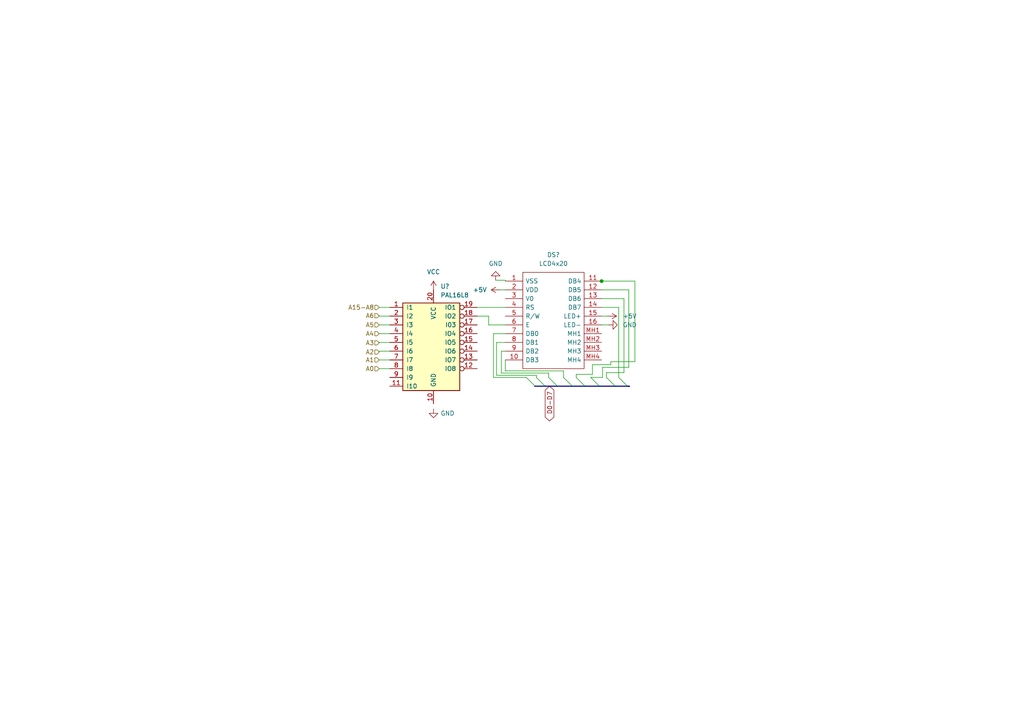
<source format=kicad_sch>
(kicad_sch (version 20211123) (generator eeschema)

  (uuid 4c2c5d46-a94a-4a6b-a5cf-6b6853864220)

  (paper "A4")

  (lib_symbols
    (symbol "LCD4x20:LCD4x20" (pin_names (offset 0.762)) (in_bom yes) (on_board yes)
      (property "Reference" "DS" (id 0) (at 24.13 7.62 0)
        (effects (font (size 1.27 1.27)) (justify left))
      )
      (property "Value" "LCD4x20" (id 1) (at 24.13 5.08 0)
        (effects (font (size 1.27 1.27)) (justify left))
      )
      (property "Footprint" "LCD4x20" (id 2) (at 24.13 2.54 0)
        (effects (font (size 1.27 1.27)) (justify left) hide)
      )
      (property "Datasheet" "https://componentsearchengine.com/Datasheets/1/LCD4x20.pdf" (id 3) (at 24.13 0 0)
        (effects (font (size 1.27 1.27)) (justify left) hide)
      )
      (property "Description" "LCD Character Display Modules & Accessories STN-Y/G Transfl 77.5 x 47.0" (id 4) (at 24.13 -2.54 0)
        (effects (font (size 1.27 1.27)) (justify left) hide)
      )
      (property "Height" "14.5" (id 5) (at 24.13 -5.08 0)
        (effects (font (size 1.27 1.27)) (justify left) hide)
      )
      (property "Mouser Part Number" "763-0420AZFLYBW33V3" (id 6) (at 24.13 -7.62 0)
        (effects (font (size 1.27 1.27)) (justify left) hide)
      )
      (property "Mouser Price/Stock" "https://www.mouser.com/Search/Refine.aspx?Keyword=763-0420AZFLYBW33V3" (id 7) (at 24.13 -10.16 0)
        (effects (font (size 1.27 1.27)) (justify left) hide)
      )
      (property "Manufacturer_Name" "Newhaven Display" (id 8) (at 24.13 -12.7 0)
        (effects (font (size 1.27 1.27)) (justify left) hide)
      )
      (property "ki_description" "LCD Character Display Modules & Accessories STN-Y/G Transfl 77.5 x 47.0" (id 9) (at 0 0 0)
        (effects (font (size 1.27 1.27)) hide)
      )
      (symbol "LCD4x20_0_0"
        (pin unspecified line (at 0 0 0) (length 5.08)
          (name "VSS" (effects (font (size 1.27 1.27))))
          (number "1" (effects (font (size 1.27 1.27))))
        )
        (pin unspecified line (at 0 -22.86 0) (length 5.08)
          (name "DB3" (effects (font (size 1.27 1.27))))
          (number "10" (effects (font (size 1.27 1.27))))
        )
        (pin unspecified line (at 27.94 0 180) (length 5.08)
          (name "DB4" (effects (font (size 1.27 1.27))))
          (number "11" (effects (font (size 1.27 1.27))))
        )
        (pin unspecified line (at 27.94 -2.54 180) (length 5.08)
          (name "DB5" (effects (font (size 1.27 1.27))))
          (number "12" (effects (font (size 1.27 1.27))))
        )
        (pin unspecified line (at 27.94 -5.08 180) (length 5.08)
          (name "DB6" (effects (font (size 1.27 1.27))))
          (number "13" (effects (font (size 1.27 1.27))))
        )
        (pin unspecified line (at 27.94 -7.62 180) (length 5.08)
          (name "DB7" (effects (font (size 1.27 1.27))))
          (number "14" (effects (font (size 1.27 1.27))))
        )
        (pin unspecified line (at 27.94 -10.16 180) (length 5.08)
          (name "LED+" (effects (font (size 1.27 1.27))))
          (number "15" (effects (font (size 1.27 1.27))))
        )
        (pin unspecified line (at 27.94 -12.7 180) (length 5.08)
          (name "LED-" (effects (font (size 1.27 1.27))))
          (number "16" (effects (font (size 1.27 1.27))))
        )
        (pin unspecified line (at 0 -2.54 0) (length 5.08)
          (name "VDD" (effects (font (size 1.27 1.27))))
          (number "2" (effects (font (size 1.27 1.27))))
        )
        (pin unspecified line (at 0 -5.08 0) (length 5.08)
          (name "V0" (effects (font (size 1.27 1.27))))
          (number "3" (effects (font (size 1.27 1.27))))
        )
        (pin unspecified line (at 0 -7.62 0) (length 5.08)
          (name "RS" (effects (font (size 1.27 1.27))))
          (number "4" (effects (font (size 1.27 1.27))))
        )
        (pin unspecified line (at 0 -10.16 0) (length 5.08)
          (name "R/W" (effects (font (size 1.27 1.27))))
          (number "5" (effects (font (size 1.27 1.27))))
        )
        (pin unspecified line (at 0 -12.7 0) (length 5.08)
          (name "E" (effects (font (size 1.27 1.27))))
          (number "6" (effects (font (size 1.27 1.27))))
        )
        (pin unspecified line (at 0 -15.24 0) (length 5.08)
          (name "DB0" (effects (font (size 1.27 1.27))))
          (number "7" (effects (font (size 1.27 1.27))))
        )
        (pin unspecified line (at 0 -17.78 0) (length 5.08)
          (name "DB1" (effects (font (size 1.27 1.27))))
          (number "8" (effects (font (size 1.27 1.27))))
        )
        (pin unspecified line (at 0 -20.32 0) (length 5.08)
          (name "DB2" (effects (font (size 1.27 1.27))))
          (number "9" (effects (font (size 1.27 1.27))))
        )
        (pin unspecified line (at 27.94 -15.24 180) (length 5.08)
          (name "MH1" (effects (font (size 1.27 1.27))))
          (number "MH1" (effects (font (size 1.27 1.27))))
        )
        (pin unspecified line (at 27.94 -17.78 180) (length 5.08)
          (name "MH2" (effects (font (size 1.27 1.27))))
          (number "MH2" (effects (font (size 1.27 1.27))))
        )
        (pin unspecified line (at 27.94 -20.32 180) (length 5.08)
          (name "MH3" (effects (font (size 1.27 1.27))))
          (number "MH3" (effects (font (size 1.27 1.27))))
        )
        (pin unspecified line (at 27.94 -22.86 180) (length 5.08)
          (name "MH4" (effects (font (size 1.27 1.27))))
          (number "MH4" (effects (font (size 1.27 1.27))))
        )
      )
      (symbol "LCD4x20_0_1"
        (polyline
          (pts
            (xy 5.08 2.54)
            (xy 22.86 2.54)
            (xy 22.86 -25.4)
            (xy 5.08 -25.4)
            (xy 5.08 2.54)
          )
          (stroke (width 0.1524) (type default) (color 0 0 0 0))
          (fill (type none))
        )
      )
    )
    (symbol "PAL16L8_1" (pin_names (offset 1.016)) (in_bom yes) (on_board yes)
      (property "Reference" "U" (id 0) (at -8.89 16.51 0)
        (effects (font (size 1.27 1.27)) (justify left))
      )
      (property "Value" "PAL16L8_1" (id 1) (at 1.27 16.51 0)
        (effects (font (size 1.27 1.27)) (justify left))
      )
      (property "Footprint" "" (id 2) (at 0 0 0)
        (effects (font (size 1.27 1.27)) hide)
      )
      (property "Datasheet" "" (id 3) (at 0 0 0)
        (effects (font (size 1.27 1.27)) hide)
      )
      (property "ki_keywords" "PAL PLD 16L8" (id 4) (at 0 0 0)
        (effects (font (size 1.27 1.27)) hide)
      )
      (property "ki_description" "Programmable Logic Array, DIP-20" (id 5) (at 0 0 0)
        (effects (font (size 1.27 1.27)) hide)
      )
      (property "ki_fp_filters" "DIP* PDIP*" (id 6) (at 0 0 0)
        (effects (font (size 1.27 1.27)) hide)
      )
      (symbol "PAL16L8_1_0_0"
        (pin power_in line (at 0 -15.24 90) (length 3.81)
          (name "GND" (effects (font (size 1.27 1.27))))
          (number "10" (effects (font (size 1.27 1.27))))
        )
        (pin power_in line (at 0 17.78 270) (length 3.81)
          (name "VCC" (effects (font (size 1.27 1.27))))
          (number "20" (effects (font (size 1.27 1.27))))
        )
      )
      (symbol "PAL16L8_1_0_1"
        (rectangle (start -8.89 13.97) (end 7.62 -11.43)
          (stroke (width 0.254) (type default) (color 0 0 0 0))
          (fill (type background))
        )
      )
      (symbol "PAL16L8_1_1_1"
        (pin input line (at -12.7 12.7 0) (length 3.81)
          (name "I1" (effects (font (size 1.27 1.27))))
          (number "1" (effects (font (size 1.27 1.27))))
        )
        (pin input line (at -12.7 -10.16 0) (length 3.81)
          (name "I10" (effects (font (size 1.27 1.27))))
          (number "11" (effects (font (size 1.27 1.27))))
        )
        (pin tri_state inverted (at 12.7 -5.08 180) (length 5.08)
          (name "IO8" (effects (font (size 1.27 1.27))))
          (number "12" (effects (font (size 1.27 1.27))))
        )
        (pin tri_state inverted (at 12.7 -2.54 180) (length 5.08)
          (name "IO7" (effects (font (size 1.27 1.27))))
          (number "13" (effects (font (size 1.27 1.27))))
        )
        (pin tri_state inverted (at 12.7 0 180) (length 5.08)
          (name "IO6" (effects (font (size 1.27 1.27))))
          (number "14" (effects (font (size 1.27 1.27))))
        )
        (pin tri_state inverted (at 12.7 2.54 180) (length 5.08)
          (name "IO5" (effects (font (size 1.27 1.27))))
          (number "15" (effects (font (size 1.27 1.27))))
        )
        (pin tri_state inverted (at 12.7 5.08 180) (length 5.08)
          (name "IO4" (effects (font (size 1.27 1.27))))
          (number "16" (effects (font (size 1.27 1.27))))
        )
        (pin tri_state inverted (at 12.7 7.62 180) (length 5.08)
          (name "I03" (effects (font (size 1.27 1.27))))
          (number "17" (effects (font (size 1.27 1.27))))
        )
        (pin tri_state inverted (at 12.7 10.16 180) (length 5.08)
          (name "IO2" (effects (font (size 1.27 1.27))))
          (number "18" (effects (font (size 1.27 1.27))))
        )
        (pin tri_state inverted (at 12.7 12.7 180) (length 5.08)
          (name "IO1" (effects (font (size 1.27 1.27))))
          (number "19" (effects (font (size 1.27 1.27))))
        )
        (pin input line (at -12.7 10.16 0) (length 3.81)
          (name "I2" (effects (font (size 1.27 1.27))))
          (number "2" (effects (font (size 1.27 1.27))))
        )
        (pin input line (at -12.7 7.62 0) (length 3.81)
          (name "I3" (effects (font (size 1.27 1.27))))
          (number "3" (effects (font (size 1.27 1.27))))
        )
        (pin input line (at -12.7 5.08 0) (length 3.81)
          (name "I4" (effects (font (size 1.27 1.27))))
          (number "4" (effects (font (size 1.27 1.27))))
        )
        (pin input line (at -12.7 2.54 0) (length 3.81)
          (name "I5" (effects (font (size 1.27 1.27))))
          (number "5" (effects (font (size 1.27 1.27))))
        )
        (pin input line (at -12.7 0 0) (length 3.81)
          (name "I6" (effects (font (size 1.27 1.27))))
          (number "6" (effects (font (size 1.27 1.27))))
        )
        (pin input line (at -12.7 -2.54 0) (length 3.81)
          (name "I7" (effects (font (size 1.27 1.27))))
          (number "7" (effects (font (size 1.27 1.27))))
        )
        (pin input line (at -12.7 -5.08 0) (length 3.81)
          (name "I8" (effects (font (size 1.27 1.27))))
          (number "8" (effects (font (size 1.27 1.27))))
        )
        (pin input line (at -12.7 -7.62 0) (length 3.81)
          (name "I9" (effects (font (size 1.27 1.27))))
          (number "9" (effects (font (size 1.27 1.27))))
        )
      )
    )
    (symbol "power:+5V" (power) (pin_names (offset 0)) (in_bom yes) (on_board yes)
      (property "Reference" "#PWR" (id 0) (at 0 -3.81 0)
        (effects (font (size 1.27 1.27)) hide)
      )
      (property "Value" "+5V" (id 1) (at 0 3.556 0)
        (effects (font (size 1.27 1.27)))
      )
      (property "Footprint" "" (id 2) (at 0 0 0)
        (effects (font (size 1.27 1.27)) hide)
      )
      (property "Datasheet" "" (id 3) (at 0 0 0)
        (effects (font (size 1.27 1.27)) hide)
      )
      (property "ki_keywords" "power-flag" (id 4) (at 0 0 0)
        (effects (font (size 1.27 1.27)) hide)
      )
      (property "ki_description" "Power symbol creates a global label with name \"+5V\"" (id 5) (at 0 0 0)
        (effects (font (size 1.27 1.27)) hide)
      )
      (symbol "+5V_0_1"
        (polyline
          (pts
            (xy -0.762 1.27)
            (xy 0 2.54)
          )
          (stroke (width 0) (type default) (color 0 0 0 0))
          (fill (type none))
        )
        (polyline
          (pts
            (xy 0 0)
            (xy 0 2.54)
          )
          (stroke (width 0) (type default) (color 0 0 0 0))
          (fill (type none))
        )
        (polyline
          (pts
            (xy 0 2.54)
            (xy 0.762 1.27)
          )
          (stroke (width 0) (type default) (color 0 0 0 0))
          (fill (type none))
        )
      )
      (symbol "+5V_1_1"
        (pin power_in line (at 0 0 90) (length 0) hide
          (name "+5V" (effects (font (size 1.27 1.27))))
          (number "1" (effects (font (size 1.27 1.27))))
        )
      )
    )
    (symbol "power:GND" (power) (pin_names (offset 0)) (in_bom yes) (on_board yes)
      (property "Reference" "#PWR" (id 0) (at 0 -6.35 0)
        (effects (font (size 1.27 1.27)) hide)
      )
      (property "Value" "GND" (id 1) (at 0 -3.81 0)
        (effects (font (size 1.27 1.27)))
      )
      (property "Footprint" "" (id 2) (at 0 0 0)
        (effects (font (size 1.27 1.27)) hide)
      )
      (property "Datasheet" "" (id 3) (at 0 0 0)
        (effects (font (size 1.27 1.27)) hide)
      )
      (property "ki_keywords" "power-flag" (id 4) (at 0 0 0)
        (effects (font (size 1.27 1.27)) hide)
      )
      (property "ki_description" "Power symbol creates a global label with name \"GND\" , ground" (id 5) (at 0 0 0)
        (effects (font (size 1.27 1.27)) hide)
      )
      (symbol "GND_0_1"
        (polyline
          (pts
            (xy 0 0)
            (xy 0 -1.27)
            (xy 1.27 -1.27)
            (xy 0 -2.54)
            (xy -1.27 -1.27)
            (xy 0 -1.27)
          )
          (stroke (width 0) (type default) (color 0 0 0 0))
          (fill (type none))
        )
      )
      (symbol "GND_1_1"
        (pin power_in line (at 0 0 270) (length 0) hide
          (name "GND" (effects (font (size 1.27 1.27))))
          (number "1" (effects (font (size 1.27 1.27))))
        )
      )
    )
    (symbol "power:VCC" (power) (pin_names (offset 0)) (in_bom yes) (on_board yes)
      (property "Reference" "#PWR" (id 0) (at 0 -3.81 0)
        (effects (font (size 1.27 1.27)) hide)
      )
      (property "Value" "VCC" (id 1) (at 0 3.81 0)
        (effects (font (size 1.27 1.27)))
      )
      (property "Footprint" "" (id 2) (at 0 0 0)
        (effects (font (size 1.27 1.27)) hide)
      )
      (property "Datasheet" "" (id 3) (at 0 0 0)
        (effects (font (size 1.27 1.27)) hide)
      )
      (property "ki_keywords" "power-flag" (id 4) (at 0 0 0)
        (effects (font (size 1.27 1.27)) hide)
      )
      (property "ki_description" "Power symbol creates a global label with name \"VCC\"" (id 5) (at 0 0 0)
        (effects (font (size 1.27 1.27)) hide)
      )
      (symbol "VCC_0_1"
        (polyline
          (pts
            (xy -0.762 1.27)
            (xy 0 2.54)
          )
          (stroke (width 0) (type default) (color 0 0 0 0))
          (fill (type none))
        )
        (polyline
          (pts
            (xy 0 0)
            (xy 0 2.54)
          )
          (stroke (width 0) (type default) (color 0 0 0 0))
          (fill (type none))
        )
        (polyline
          (pts
            (xy 0 2.54)
            (xy 0.762 1.27)
          )
          (stroke (width 0) (type default) (color 0 0 0 0))
          (fill (type none))
        )
      )
      (symbol "VCC_1_1"
        (pin power_in line (at 0 0 90) (length 0) hide
          (name "VCC" (effects (font (size 1.27 1.27))))
          (number "1" (effects (font (size 1.27 1.27))))
        )
      )
    )
  )

  (junction (at 174.498 81.534) (diameter 0) (color 0 0 0 0)
    (uuid bcf2ca79-1ad9-4b01-9a5d-9d323d154f7f)
  )

  (bus_entry (at 159.131 109.474) (size 2.54 2.54)
    (stroke (width 0) (type default) (color 0 0 0 0))
    (uuid 4ca49f14-8e94-4967-af83-9cd68e913a57)
  )
  (bus_entry (at 152.654 109.474) (size 2.54 2.54)
    (stroke (width 0) (type default) (color 0 0 0 0))
    (uuid 4ca49f14-8e94-4967-af83-9cd68e913a58)
  )
  (bus_entry (at 155.575 109.474) (size 2.54 2.54)
    (stroke (width 0) (type default) (color 0 0 0 0))
    (uuid 9947a87d-279d-4777-a9de-8cff9f23cd45)
  )
  (bus_entry (at 171.323 109.474) (size 2.54 2.54)
    (stroke (width 0) (type default) (color 0 0 0 0))
    (uuid 9947a87d-279d-4777-a9de-8cff9f23cd46)
  )
  (bus_entry (at 175.895 109.474) (size 2.54 2.54)
    (stroke (width 0) (type default) (color 0 0 0 0))
    (uuid 9947a87d-279d-4777-a9de-8cff9f23cd47)
  )
  (bus_entry (at 163.449 109.474) (size 2.54 2.54)
    (stroke (width 0) (type default) (color 0 0 0 0))
    (uuid 9947a87d-279d-4777-a9de-8cff9f23cd48)
  )
  (bus_entry (at 167.132 109.474) (size 2.54 2.54)
    (stroke (width 0) (type default) (color 0 0 0 0))
    (uuid 9947a87d-279d-4777-a9de-8cff9f23cd49)
  )
  (bus_entry (at 179.451 109.474) (size 2.54 2.54)
    (stroke (width 0) (type default) (color 0 0 0 0))
    (uuid d5abfdbb-8008-4449-8a1c-ed9fdf9a40ff)
  )

  (wire (pts (xy 146.558 104.394) (xy 146.558 107.569))
    (stroke (width 0) (type default) (color 0 0 0 0))
    (uuid 00886fcf-9533-40bd-ba64-020ef11febf1)
  )
  (wire (pts (xy 174.498 89.154) (xy 179.451 89.154))
    (stroke (width 0) (type default) (color 0 0 0 0))
    (uuid 051d8727-15a2-4e73-9d95-36a88f9494fe)
  )
  (wire (pts (xy 144.018 108.839) (xy 155.575 108.839))
    (stroke (width 0) (type default) (color 0 0 0 0))
    (uuid 0bf90e6f-da32-436d-9a5a-40842f7e2976)
  )
  (bus (pts (xy 158.115 112.014) (xy 161.671 112.014))
    (stroke (width 0) (type default) (color 0 0 0 0))
    (uuid 0dd02a41-b162-4668-8c9d-ead8686253aa)
  )

  (wire (pts (xy 174.498 91.694) (xy 176.276 91.694))
    (stroke (width 0) (type default) (color 0 0 0 0))
    (uuid 0ea528f6-e4a1-4fcb-81f9-5e56a9bcba55)
  )
  (bus (pts (xy 155.194 112.014) (xy 158.115 112.014))
    (stroke (width 0) (type default) (color 0 0 0 0))
    (uuid 19470cf8-7c58-4d06-b9d0-05f952bc92ab)
  )
  (bus (pts (xy 181.991 112.014) (xy 182.245 112.014))
    (stroke (width 0) (type default) (color 0 0 0 0))
    (uuid 1b84406c-2b8c-4ffb-97ca-899c2b7bac44)
  )
  (bus (pts (xy 169.672 112.014) (xy 173.863 112.014))
    (stroke (width 0) (type default) (color 0 0 0 0))
    (uuid 253a802e-de65-415b-88f9-8be7b66db0c5)
  )

  (wire (pts (xy 182.372 84.074) (xy 174.498 84.074))
    (stroke (width 0) (type default) (color 0 0 0 0))
    (uuid 337dc6d5-fdc4-47fe-8142-4f85ce10ba26)
  )
  (wire (pts (xy 155.575 108.839) (xy 155.575 109.474))
    (stroke (width 0) (type default) (color 0 0 0 0))
    (uuid 3640f2f8-277e-4c05-9155-bce22a3b677f)
  )
  (wire (pts (xy 171.831 108.585) (xy 167.132 108.585))
    (stroke (width 0) (type default) (color 0 0 0 0))
    (uuid 414fd54f-73de-4efa-af7f-b31bcda587f5)
  )
  (wire (pts (xy 143.764 81.28) (xy 146.558 81.28))
    (stroke (width 0) (type default) (color 0 0 0 0))
    (uuid 49507a84-81c7-4acd-91b0-96d4187687fd)
  )
  (bus (pts (xy 178.435 112.014) (xy 181.991 112.014))
    (stroke (width 0) (type default) (color 0 0 0 0))
    (uuid 4e0bac88-35c8-4fe7-8df8-04f2adc40d70)
  )

  (wire (pts (xy 180.975 86.614) (xy 180.975 108.077))
    (stroke (width 0) (type default) (color 0 0 0 0))
    (uuid 53716d0e-bf2c-4d06-93dc-ffcb419fc6d7)
  )
  (wire (pts (xy 145.415 108.204) (xy 159.131 108.204))
    (stroke (width 0) (type default) (color 0 0 0 0))
    (uuid 57d91ede-7ff0-4702-b7b8-906e8b2c0127)
  )
  (bus (pts (xy 173.863 112.014) (xy 178.435 112.014))
    (stroke (width 0) (type default) (color 0 0 0 0))
    (uuid 594ac357-d9cb-4f4e-a7fd-4dc39ce71c13)
  )

  (wire (pts (xy 180.975 108.077) (xy 175.895 108.077))
    (stroke (width 0) (type default) (color 0 0 0 0))
    (uuid 5b3268b1-af27-48c6-9e75-de3df08275e1)
  )
  (wire (pts (xy 174.752 109.474) (xy 174.752 106.553))
    (stroke (width 0) (type default) (color 0 0 0 0))
    (uuid 5d0e5b6b-b585-44d7-8a64-f4448fb179b0)
  )
  (wire (pts (xy 184.15 81.534) (xy 184.15 104.902))
    (stroke (width 0) (type default) (color 0 0 0 0))
    (uuid 602f22ef-7af9-4393-a4fa-f303b4f205aa)
  )
  (wire (pts (xy 171.323 109.474) (xy 174.752 109.474))
    (stroke (width 0) (type default) (color 0 0 0 0))
    (uuid 612177c1-4140-4bfe-893f-394ea51d289a)
  )
  (wire (pts (xy 146.558 81.28) (xy 146.558 81.534))
    (stroke (width 0) (type default) (color 0 0 0 0))
    (uuid 665b3f00-6664-4990-b906-b1b01c35b13d)
  )
  (wire (pts (xy 163.449 107.569) (xy 163.449 109.474))
    (stroke (width 0) (type default) (color 0 0 0 0))
    (uuid 6aa19412-8aa2-419d-8274-a1019f742ccf)
  )
  (bus (pts (xy 165.989 112.014) (xy 169.672 112.014))
    (stroke (width 0) (type default) (color 0 0 0 0))
    (uuid 6d6f3719-b43c-4476-b9d6-b78e36ab74d9)
  )

  (wire (pts (xy 113.03 91.694) (xy 109.982 91.694))
    (stroke (width 0) (type default) (color 0 0 0 0))
    (uuid 766ec04c-c0ed-4997-b259-582447d8d5b4)
  )
  (wire (pts (xy 171.831 105.791) (xy 171.831 108.585))
    (stroke (width 0) (type default) (color 0 0 0 0))
    (uuid 77b85f5d-ff10-4270-b3d4-fe8e616b7ea8)
  )
  (wire (pts (xy 177.165 105.791) (xy 171.831 105.791))
    (stroke (width 0) (type default) (color 0 0 0 0))
    (uuid 7980b602-6cc2-47c1-b91e-688cbf3623ef)
  )
  (bus (pts (xy 182.245 112.014) (xy 182.499 112.014))
    (stroke (width 0) (type default) (color 0 0 0 0))
    (uuid 7b1f35d0-b76d-41be-a496-91a1d0039b1d)
  )

  (wire (pts (xy 143.129 96.774) (xy 143.129 109.474))
    (stroke (width 0) (type default) (color 0 0 0 0))
    (uuid 7b477840-8aa2-432b-8c33-8f0fedc90829)
  )
  (wire (pts (xy 174.498 86.614) (xy 180.975 86.614))
    (stroke (width 0) (type default) (color 0 0 0 0))
    (uuid 7dfb3fba-f2bc-41fc-9aa0-1a94750933d9)
  )
  (wire (pts (xy 179.451 109.347) (xy 179.451 89.154))
    (stroke (width 0) (type default) (color 0 0 0 0))
    (uuid 7f7415d0-5ac4-4cb2-83c9-825002cb3aa4)
  )
  (wire (pts (xy 167.132 108.585) (xy 167.132 109.474))
    (stroke (width 0) (type default) (color 0 0 0 0))
    (uuid 7fd8683a-9bed-474a-9321-63bc5ead7cab)
  )
  (wire (pts (xy 141.732 91.694) (xy 141.732 94.234))
    (stroke (width 0) (type default) (color 0 0 0 0))
    (uuid 82005aac-56e4-4b49-8ef2-6cfa29312bd2)
  )
  (wire (pts (xy 113.03 99.314) (xy 109.982 99.314))
    (stroke (width 0) (type default) (color 0 0 0 0))
    (uuid 85885a46-5125-4adf-a1c4-dd275e7ae6d1)
  )
  (wire (pts (xy 141.732 94.234) (xy 146.558 94.234))
    (stroke (width 0) (type default) (color 0 0 0 0))
    (uuid 86830aa9-0c76-48b2-a65e-7905bbfca8a1)
  )
  (wire (pts (xy 145.415 101.854) (xy 145.415 108.204))
    (stroke (width 0) (type default) (color 0 0 0 0))
    (uuid 8f4a5ef0-f294-4a6b-a69e-14c8b591af75)
  )
  (wire (pts (xy 174.498 94.234) (xy 176.53 94.234))
    (stroke (width 0) (type default) (color 0 0 0 0))
    (uuid 9283e3b3-d6f1-4584-ab08-45c7f6bd60c2)
  )
  (wire (pts (xy 145.034 84.074) (xy 146.558 84.074))
    (stroke (width 0) (type default) (color 0 0 0 0))
    (uuid 9abf2699-7a67-468c-ae02-1e86c6fb7d63)
  )
  (wire (pts (xy 109.982 89.154) (xy 113.03 89.154))
    (stroke (width 0) (type default) (color 0 0 0 0))
    (uuid 9b878047-fd42-4c0f-ac87-0f562ba7cb93)
  )
  (wire (pts (xy 109.982 106.934) (xy 113.03 106.934))
    (stroke (width 0) (type default) (color 0 0 0 0))
    (uuid 9f7fd70c-cc1b-4a5f-a3d5-47a078a5da3d)
  )
  (wire (pts (xy 143.129 109.474) (xy 152.654 109.474))
    (stroke (width 0) (type default) (color 0 0 0 0))
    (uuid a48d7b48-237d-4022-b15c-72da6a1a7ca7)
  )
  (wire (pts (xy 138.43 89.154) (xy 146.558 89.154))
    (stroke (width 0) (type default) (color 0 0 0 0))
    (uuid a6f474ec-3303-4956-a03b-dd305e27e446)
  )
  (wire (pts (xy 146.558 101.854) (xy 145.415 101.854))
    (stroke (width 0) (type default) (color 0 0 0 0))
    (uuid a73ef68a-808f-44e4-9515-4ebe9904a250)
  )
  (wire (pts (xy 146.558 99.314) (xy 144.018 99.314))
    (stroke (width 0) (type default) (color 0 0 0 0))
    (uuid a9aa4c38-f066-4f9d-ac95-b0ed52024187)
  )
  (wire (pts (xy 184.15 104.902) (xy 177.165 104.902))
    (stroke (width 0) (type default) (color 0 0 0 0))
    (uuid a9e3acba-bb6a-4caa-9c80-6eaef1f5e5ac)
  )
  (wire (pts (xy 109.982 101.854) (xy 109.982 102.108))
    (stroke (width 0) (type default) (color 0 0 0 0))
    (uuid ab60f10d-a4d5-4124-9cfc-d271d8e82e2a)
  )
  (wire (pts (xy 174.498 81.534) (xy 184.15 81.534))
    (stroke (width 0) (type default) (color 0 0 0 0))
    (uuid af1c7d8e-abf0-4010-bb56-efcdf9db3eba)
  )
  (wire (pts (xy 138.43 91.694) (xy 141.732 91.694))
    (stroke (width 0) (type default) (color 0 0 0 0))
    (uuid af45e7c4-e177-4157-bafa-8436363cfd82)
  )
  (wire (pts (xy 109.982 96.774) (xy 113.03 96.774))
    (stroke (width 0) (type default) (color 0 0 0 0))
    (uuid b18ba222-b6f3-4907-b04c-2a5ec12fea52)
  )
  (wire (pts (xy 159.131 108.204) (xy 159.131 109.474))
    (stroke (width 0) (type default) (color 0 0 0 0))
    (uuid b6c43cae-335a-43c7-94e9-b33c3920fc8e)
  )
  (wire (pts (xy 109.982 104.394) (xy 113.03 104.394))
    (stroke (width 0) (type default) (color 0 0 0 0))
    (uuid c0f6b171-5e78-4e05-8e63-c150cde5db9a)
  )
  (bus (pts (xy 155.067 112.014) (xy 155.194 112.014))
    (stroke (width 0) (type default) (color 0 0 0 0))
    (uuid c14de58c-86dc-4295-b95d-3d377c63b9cb)
  )

  (wire (pts (xy 174.752 106.553) (xy 182.372 106.553))
    (stroke (width 0) (type default) (color 0 0 0 0))
    (uuid c2576a8d-72c8-4676-bc7d-4b271244dd6c)
  )
  (wire (pts (xy 109.982 91.694) (xy 109.982 91.567))
    (stroke (width 0) (type default) (color 0 0 0 0))
    (uuid c5e09531-1bf2-4f5e-93b2-4c3e9b6c0a1d)
  )
  (wire (pts (xy 182.372 106.553) (xy 182.372 84.074))
    (stroke (width 0) (type default) (color 0 0 0 0))
    (uuid ccb6c727-31ba-4170-9ece-8d593db64dac)
  )
  (wire (pts (xy 146.558 107.569) (xy 163.449 107.569))
    (stroke (width 0) (type default) (color 0 0 0 0))
    (uuid d9477eb5-f179-40d7-8605-b776f1f3c508)
  )
  (bus (pts (xy 161.671 112.014) (xy 165.989 112.014))
    (stroke (width 0) (type default) (color 0 0 0 0))
    (uuid df602b2f-ad7a-4724-b9cf-e91315fa6a80)
  )
  (bus (pts (xy 182.499 112.014) (xy 182.499 112.141))
    (stroke (width 0) (type default) (color 0 0 0 0))
    (uuid e03cc282-5f17-4475-89b4-5d6b5fa5c832)
  )

  (wire (pts (xy 113.03 101.854) (xy 109.982 101.854))
    (stroke (width 0) (type default) (color 0 0 0 0))
    (uuid e73546a1-cac5-4281-95f6-c2ca8442e572)
  )
  (wire (pts (xy 146.558 96.774) (xy 143.129 96.774))
    (stroke (width 0) (type default) (color 0 0 0 0))
    (uuid eeee6a69-c6a8-4a5f-afb6-b487376c6bd2)
  )
  (wire (pts (xy 177.165 104.902) (xy 177.165 105.791))
    (stroke (width 0) (type default) (color 0 0 0 0))
    (uuid ef3626d9-a0b2-4297-98f5-ec19d3a75601)
  )
  (wire (pts (xy 174.371 81.534) (xy 174.498 81.534))
    (stroke (width 0) (type default) (color 0 0 0 0))
    (uuid ef707a01-e871-4300-8d49-06f35a82f13a)
  )
  (wire (pts (xy 175.895 108.077) (xy 175.895 109.474))
    (stroke (width 0) (type default) (color 0 0 0 0))
    (uuid f0ec653c-c950-41e3-9223-374f370fea8f)
  )
  (wire (pts (xy 109.982 99.314) (xy 109.982 99.441))
    (stroke (width 0) (type default) (color 0 0 0 0))
    (uuid f27ef736-8c9e-4ef6-b1e3-535b4b1dcd30)
  )
  (wire (pts (xy 144.018 99.314) (xy 144.018 108.839))
    (stroke (width 0) (type default) (color 0 0 0 0))
    (uuid f40f838e-47e3-478c-a950-a74f2a7d52b6)
  )
  (wire (pts (xy 109.982 94.234) (xy 113.03 94.234))
    (stroke (width 0) (type default) (color 0 0 0 0))
    (uuid ffb30d32-064e-47b4-9012-49b3365cab03)
  )

  (global_label "D0-D7" (shape bidirectional) (at 159.385 112.014 270) (fields_autoplaced)
    (effects (font (size 1.27 1.27)) (justify right))
    (uuid dc02e73c-8dc6-4e11-a08a-1c57071759ca)
    (property "Intersheet References" "${INTERSHEET_REFS}" (id 0) (at 159.3056 120.9585 90)
      (effects (font (size 1.27 1.27)) (justify right) hide)
    )
  )

  (hierarchical_label "A6" (shape input) (at 109.982 91.567 180)
    (effects (font (size 1.27 1.27)) (justify right))
    (uuid 105971b0-0f65-4ad1-9133-092319b55e9a)
  )
  (hierarchical_label "A3" (shape input) (at 109.982 99.441 180)
    (effects (font (size 1.27 1.27)) (justify right))
    (uuid 1ca4aa88-4b79-46e9-bbb0-da6b152f33a1)
  )
  (hierarchical_label "A15-A8" (shape input) (at 109.982 89.154 180)
    (effects (font (size 1.27 1.27)) (justify right))
    (uuid 47b329bf-75b7-4b65-8016-168139ab94d5)
  )
  (hierarchical_label "A5" (shape input) (at 109.982 94.234 180)
    (effects (font (size 1.27 1.27)) (justify right))
    (uuid 670fc565-2bb2-443b-85ab-e7c4d73cce21)
  )
  (hierarchical_label "A0" (shape input) (at 109.982 106.934 180)
    (effects (font (size 1.27 1.27)) (justify right))
    (uuid 91a3796c-ee92-4d06-b95d-430debd66e70)
  )
  (hierarchical_label "A2" (shape input) (at 109.982 102.108 180)
    (effects (font (size 1.27 1.27)) (justify right))
    (uuid 96a454b6-80de-4bc1-aabf-750599af2895)
  )
  (hierarchical_label "A4" (shape input) (at 109.982 96.774 180)
    (effects (font (size 1.27 1.27)) (justify right))
    (uuid a32e35b4-5297-4f4c-904d-ef75a853669a)
  )
  (hierarchical_label "A1" (shape input) (at 109.982 104.394 180)
    (effects (font (size 1.27 1.27)) (justify right))
    (uuid be9ab603-f906-4b4f-ba37-298673a1a208)
  )

  (symbol (lib_name "PAL16L8_1") (lib_id "Logic_Programmable:PAL16L8") (at 125.73 101.854 0) (unit 1)
    (in_bom yes) (on_board yes) (fields_autoplaced)
    (uuid 46f03359-11f1-4ead-b1c2-3b2861c6612c)
    (property "Reference" "U?" (id 0) (at 127.7494 83.058 0)
      (effects (font (size 1.27 1.27)) (justify left))
    )
    (property "Value" "PAL16L8" (id 1) (at 127.7494 85.598 0)
      (effects (font (size 1.27 1.27)) (justify left))
    )
    (property "Footprint" "" (id 2) (at 125.73 101.854 0)
      (effects (font (size 1.27 1.27)) hide)
    )
    (property "Datasheet" "" (id 3) (at 125.73 101.854 0)
      (effects (font (size 1.27 1.27)) hide)
    )
    (pin "10" (uuid 7295c450-af34-4ead-95fb-cc824b83d378))
    (pin "20" (uuid af8db90d-1879-430c-b447-f8974d2493ad))
    (pin "1" (uuid d9cbd6ef-d41c-45f0-8b77-b25900f25dad))
    (pin "11" (uuid cb7f9714-86ce-4087-835a-81bf82aea0e7))
    (pin "12" (uuid b56ebf27-57db-42c3-92c2-cd312aa9a1d5))
    (pin "13" (uuid 4f924aaa-fc6a-4042-b21b-ab1a600a9240))
    (pin "14" (uuid 5fcdb827-fbb2-47a7-8212-001b19c3bc26))
    (pin "15" (uuid 354f0ce4-245e-468a-b943-c3f688986d42))
    (pin "16" (uuid 6ad61889-490f-4282-a521-6da6d68af5ac))
    (pin "17" (uuid 2d98ef6e-2b04-44f9-a702-d9614083d31b))
    (pin "18" (uuid 3b5275ff-bb09-4ddb-b590-2fe96146c6b2))
    (pin "19" (uuid cd71c3b4-0f4b-456f-bfe6-f0f440eced7f))
    (pin "2" (uuid 4435a970-7ae6-4d34-910a-2875e91f5f96))
    (pin "3" (uuid f6d675f2-421b-4228-b933-8f01e57eecae))
    (pin "4" (uuid c1aa15f5-5be3-40ec-8c0a-58bd43f1a2b5))
    (pin "5" (uuid 8ac044cd-1a8c-4cf7-b24f-ba883887d76a))
    (pin "6" (uuid b16d89b3-a5ca-4572-9569-b852fe335c01))
    (pin "7" (uuid defe8f58-72e2-4555-acd0-9631b0692641))
    (pin "8" (uuid 71e067b3-2112-4f2f-bca4-cf7b663c27cd))
    (pin "9" (uuid 1d38e39c-3bfd-4e37-b72c-c7417b377e07))
  )

  (symbol (lib_id "power:GND") (at 176.53 94.234 90) (unit 1)
    (in_bom yes) (on_board yes) (fields_autoplaced)
    (uuid 47d6ed4a-f75e-4902-a9ba-513872e26a4f)
    (property "Reference" "#PWR?" (id 0) (at 182.88 94.234 0)
      (effects (font (size 1.27 1.27)) hide)
    )
    (property "Value" "GND" (id 1) (at 180.594 94.2339 90)
      (effects (font (size 1.27 1.27)) (justify right))
    )
    (property "Footprint" "" (id 2) (at 176.53 94.234 0)
      (effects (font (size 1.27 1.27)) hide)
    )
    (property "Datasheet" "" (id 3) (at 176.53 94.234 0)
      (effects (font (size 1.27 1.27)) hide)
    )
    (pin "1" (uuid be899bcc-3d8c-4859-8577-e8e9fb104b4f))
  )

  (symbol (lib_id "power:GND") (at 143.764 81.28 180) (unit 1)
    (in_bom yes) (on_board yes) (fields_autoplaced)
    (uuid 5e3bbe23-574c-42ff-9e2a-f4dcde18a61c)
    (property "Reference" "#PWR?" (id 0) (at 143.764 74.93 0)
      (effects (font (size 1.27 1.27)) hide)
    )
    (property "Value" "GND" (id 1) (at 143.764 76.454 0))
    (property "Footprint" "" (id 2) (at 143.764 81.28 0)
      (effects (font (size 1.27 1.27)) hide)
    )
    (property "Datasheet" "" (id 3) (at 143.764 81.28 0)
      (effects (font (size 1.27 1.27)) hide)
    )
    (pin "1" (uuid 12c83620-3801-4089-91ee-8558c382c7de))
  )

  (symbol (lib_id "power:VCC") (at 125.73 84.074 0) (unit 1)
    (in_bom yes) (on_board yes) (fields_autoplaced)
    (uuid 60626f93-383a-405a-b7c9-1f34ea083c3f)
    (property "Reference" "#PWR?" (id 0) (at 125.73 87.884 0)
      (effects (font (size 1.27 1.27)) hide)
    )
    (property "Value" "VCC" (id 1) (at 125.73 78.867 0))
    (property "Footprint" "" (id 2) (at 125.73 84.074 0)
      (effects (font (size 1.27 1.27)) hide)
    )
    (property "Datasheet" "" (id 3) (at 125.73 84.074 0)
      (effects (font (size 1.27 1.27)) hide)
    )
    (pin "1" (uuid 37bb7a30-9a9e-4a8f-9374-dbb872f5520f))
  )

  (symbol (lib_id "power:GND") (at 125.73 118.618 0) (unit 1)
    (in_bom yes) (on_board yes) (fields_autoplaced)
    (uuid 766c07e7-345b-4f79-bc7f-0854ddc72660)
    (property "Reference" "#PWR?" (id 0) (at 125.73 124.968 0)
      (effects (font (size 1.27 1.27)) hide)
    )
    (property "Value" "GND" (id 1) (at 127.762 119.8879 0)
      (effects (font (size 1.27 1.27)) (justify left))
    )
    (property "Footprint" "" (id 2) (at 125.73 118.618 0)
      (effects (font (size 1.27 1.27)) hide)
    )
    (property "Datasheet" "" (id 3) (at 125.73 118.618 0)
      (effects (font (size 1.27 1.27)) hide)
    )
    (pin "1" (uuid dc2cced3-9f90-4f62-a514-53985d1e334c))
  )

  (symbol (lib_id "power:+5V") (at 176.276 91.694 270) (unit 1)
    (in_bom yes) (on_board yes) (fields_autoplaced)
    (uuid c10b612e-e429-4a73-bf6d-43c08fdc326a)
    (property "Reference" "#PWR?" (id 0) (at 172.466 91.694 0)
      (effects (font (size 1.27 1.27)) hide)
    )
    (property "Value" "+5V" (id 1) (at 180.594 91.6939 90)
      (effects (font (size 1.27 1.27)) (justify left))
    )
    (property "Footprint" "" (id 2) (at 176.276 91.694 0)
      (effects (font (size 1.27 1.27)) hide)
    )
    (property "Datasheet" "" (id 3) (at 176.276 91.694 0)
      (effects (font (size 1.27 1.27)) hide)
    )
    (pin "1" (uuid e0064fa7-0f1d-4dc2-aef1-3f8be09855d6))
  )

  (symbol (lib_id "LCD4x20:LCD4x20") (at 146.558 81.534 0) (unit 1)
    (in_bom yes) (on_board yes) (fields_autoplaced)
    (uuid d8831995-494c-4222-9b09-b76615d88eec)
    (property "Reference" "DS?" (id 0) (at 160.528 73.914 0))
    (property "Value" "LCD4x20" (id 1) (at 160.528 76.454 0))
    (property "Footprint" "LCD4x20" (id 2) (at 170.688 78.994 0)
      (effects (font (size 1.27 1.27)) (justify left) hide)
    )
    (property "Datasheet" "https://componentsearchengine.com/Datasheets/1/LCD4x20.pdf" (id 3) (at 170.688 81.534 0)
      (effects (font (size 1.27 1.27)) (justify left) hide)
    )
    (property "Description" "LCD Character Display Modules & Accessories STN-Y/G Transfl 77.5 x 47.0" (id 4) (at 170.688 84.074 0)
      (effects (font (size 1.27 1.27)) (justify left) hide)
    )
    (property "Height" "14.5" (id 5) (at 170.688 86.614 0)
      (effects (font (size 1.27 1.27)) (justify left) hide)
    )
    (property "Mouser Part Number" "763-0420AZFLYBW33V3" (id 6) (at 170.688 89.154 0)
      (effects (font (size 1.27 1.27)) (justify left) hide)
    )
    (property "Mouser Price/Stock" "https://www.mouser.com/Search/Refine.aspx?Keyword=763-0420AZFLYBW33V3" (id 7) (at 170.688 91.694 0)
      (effects (font (size 1.27 1.27)) (justify left) hide)
    )
    (property "Manufacturer_Name" "Newhaven Display" (id 8) (at 170.688 94.234 0)
      (effects (font (size 1.27 1.27)) (justify left) hide)
    )
    (pin "1" (uuid ed2e3504-2947-41d7-87d2-7f5788d316ec))
    (pin "10" (uuid 46f6cdbf-7c02-4756-9137-745472573eb0))
    (pin "11" (uuid c56a6551-3ec1-4762-b4cb-8d6ec9440d7f))
    (pin "12" (uuid dd8832cf-937f-4f01-ac8d-ef88a7c0fe5b))
    (pin "13" (uuid 0fc67ea6-55d3-4ece-9932-3ab6abc6e50b))
    (pin "14" (uuid 58da4b56-ffb9-47aa-858a-37a813e257f9))
    (pin "15" (uuid b228d941-efe9-4438-8acf-24a13e609a15))
    (pin "16" (uuid 7b3d2469-c78e-4054-842d-7385fb98e086))
    (pin "2" (uuid e21c5898-645b-4662-bfe5-74aee4fabefa))
    (pin "3" (uuid 570df70e-049e-4365-90b9-8ef75007965f))
    (pin "4" (uuid 498e113d-b58b-47ef-98f2-a17673fc466a))
    (pin "5" (uuid 2a2d5ead-b1d8-482e-a102-e9ab97e3c757))
    (pin "6" (uuid b8556a96-5ddd-41a3-9037-b2512a7de677))
    (pin "7" (uuid e66ca0be-e052-4235-9a18-57f0ef7f6099))
    (pin "8" (uuid f068c338-bcc6-4a4a-a625-9679928e3c70))
    (pin "9" (uuid 5f05981c-09ee-43ec-8979-faf22a7dd5ed))
    (pin "MH1" (uuid 6135b565-b09c-4d2c-8efb-5ecea1152b2a))
    (pin "MH2" (uuid 1412021d-7b61-4005-9eb7-62e54824bc4d))
    (pin "MH3" (uuid 421231db-74be-4e51-bc00-778274ec8bbf))
    (pin "MH4" (uuid 67a0a55a-9890-4ef7-888e-21f2732cdf26))
  )

  (symbol (lib_id "power:+5V") (at 145.034 84.074 90) (unit 1)
    (in_bom yes) (on_board yes) (fields_autoplaced)
    (uuid e1ae6e57-0f74-4045-aa81-f7937b03c74b)
    (property "Reference" "#PWR?" (id 0) (at 148.844 84.074 0)
      (effects (font (size 1.27 1.27)) hide)
    )
    (property "Value" "+5V" (id 1) (at 141.224 84.0739 90)
      (effects (font (size 1.27 1.27)) (justify left))
    )
    (property "Footprint" "" (id 2) (at 145.034 84.074 0)
      (effects (font (size 1.27 1.27)) hide)
    )
    (property "Datasheet" "" (id 3) (at 145.034 84.074 0)
      (effects (font (size 1.27 1.27)) hide)
    )
    (pin "1" (uuid eabf56b2-2088-4388-bd2d-acf2b2ce6889))
  )
)

</source>
